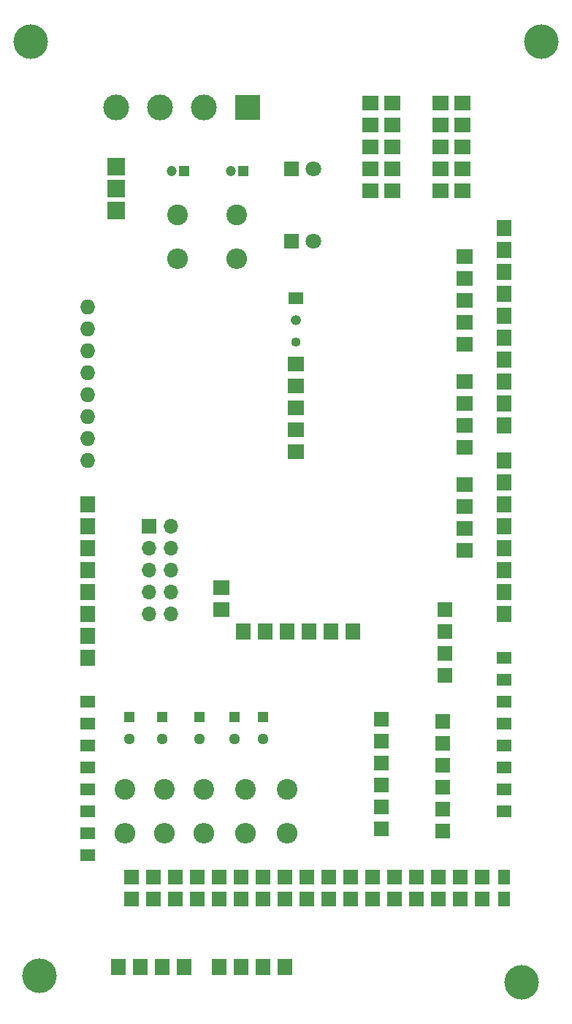
<source format=gbr>
G04 #@! TF.GenerationSoftware,KiCad,Pcbnew,(5.1.2)-2*
G04 #@! TF.CreationDate,2020-04-13T13:08:01+07:00*
G04 #@! TF.ProjectId,arduino_due_shield,61726475-696e-46f5-9f64-75655f736869,rev?*
G04 #@! TF.SameCoordinates,Original*
G04 #@! TF.FileFunction,Copper,L1,Top*
G04 #@! TF.FilePolarity,Positive*
%FSLAX46Y46*%
G04 Gerber Fmt 4.6, Leading zero omitted, Abs format (unit mm)*
G04 Created by KiCad (PCBNEW (5.1.2)-2) date 2020-04-13 13:08:01*
%MOMM*%
%LPD*%
G04 APERTURE LIST*
%ADD10R,1.700000X1.900000*%
%ADD11O,1.727200X1.727200*%
%ADD12R,1.727200X1.400000*%
%ADD13R,1.400000X1.727200*%
%ADD14R,1.700000X1.800000*%
%ADD15R,1.900000X1.700000*%
%ADD16R,1.800000X1.700000*%
%ADD17R,1.200000X1.200000*%
%ADD18C,1.200000*%
%ADD19C,1.800000*%
%ADD20R,1.800000X1.800000*%
%ADD21C,3.000000*%
%ADD22R,3.000000X3.000000*%
%ADD23R,1.300000X1.300000*%
%ADD24O,1.300000X1.300000*%
%ADD25R,1.700000X1.700000*%
%ADD26O,1.100000X1.100000*%
%ADD27O,1.200000X1.200000*%
%ADD28R,1.700000X1.400000*%
%ADD29C,2.400000*%
%ADD30O,2.400000X2.400000*%
%ADD31O,1.700000X1.700000*%
%ADD32R,2.000000X2.000000*%
%ADD33C,4.000000*%
G04 APERTURE END LIST*
D10*
X98806000Y-91694000D03*
D11*
X98806000Y-86614000D03*
X98806000Y-84074000D03*
X98806000Y-81534000D03*
X98806000Y-78994000D03*
X98806000Y-76454000D03*
X98806000Y-73914000D03*
X98806000Y-71374000D03*
D12*
X147066000Y-127254000D03*
X147066000Y-124714000D03*
X147066000Y-122174000D03*
X147066000Y-119634000D03*
X147066000Y-117094000D03*
X147066000Y-114554000D03*
X147066000Y-112014000D03*
X147066000Y-109474000D03*
D10*
X147066000Y-104394000D03*
X147066000Y-101854000D03*
X147066000Y-99314000D03*
X147066000Y-96774000D03*
X147066000Y-94234000D03*
X147066000Y-91694000D03*
X147066000Y-89154000D03*
X147066000Y-86614000D03*
X147066000Y-67310000D03*
X147066000Y-82550000D03*
X147066000Y-80010000D03*
X147066000Y-77470000D03*
X147066000Y-59690000D03*
X147066000Y-62230000D03*
X147066000Y-64770000D03*
X147066000Y-69850000D03*
X147066000Y-72390000D03*
X147066000Y-74930000D03*
D11*
X98806000Y-68834000D03*
D10*
X98806000Y-94234000D03*
X98806000Y-96774000D03*
X98806000Y-99314000D03*
X98806000Y-101854000D03*
X98806000Y-104394000D03*
X98806000Y-106934000D03*
X98806000Y-109474000D03*
D12*
X98806000Y-114554000D03*
X98806000Y-117094000D03*
X98806000Y-119634000D03*
X98806000Y-122174000D03*
X98806000Y-124714000D03*
X98806000Y-127254000D03*
X98806000Y-129794000D03*
X98806000Y-132334000D03*
D13*
X147066000Y-134874000D03*
X147066000Y-137414000D03*
D14*
X144526000Y-134874000D03*
X144526000Y-137414000D03*
X141986000Y-134874000D03*
X141986000Y-137414000D03*
X139446000Y-134874000D03*
X139446000Y-137414000D03*
X136906000Y-134874000D03*
X136906000Y-137414000D03*
X134366000Y-134874000D03*
X134366000Y-137414000D03*
X131826000Y-134874000D03*
X131826000Y-137414000D03*
X129286000Y-134874000D03*
X129286000Y-137414000D03*
X126746000Y-134874000D03*
X126746000Y-137414000D03*
X124206000Y-134874000D03*
X124206000Y-137414000D03*
X121666000Y-134874000D03*
X121666000Y-137414000D03*
X119126000Y-134874000D03*
X119126000Y-137414000D03*
X116586000Y-134874000D03*
X116586000Y-137414000D03*
X114046000Y-134874000D03*
X114046000Y-137414000D03*
X111506000Y-134874000D03*
X111506000Y-137414000D03*
X108966000Y-134874000D03*
X108966000Y-137414000D03*
X106426000Y-134874000D03*
X106426000Y-137414000D03*
X103886000Y-134874000D03*
X103886000Y-137414000D03*
D15*
X114300000Y-103886000D03*
X114300000Y-101346000D03*
X142494000Y-62992000D03*
X142494000Y-65532000D03*
X142494000Y-68072000D03*
X142494000Y-70612000D03*
X142494000Y-73152000D03*
D16*
X132842000Y-129286000D03*
X132842000Y-126746000D03*
X132842000Y-124206000D03*
X132842000Y-121666000D03*
X132842000Y-119126000D03*
X132842000Y-116586000D03*
D17*
X109982000Y-53086000D03*
D18*
X108482000Y-53086000D03*
X115340000Y-53086000D03*
D17*
X116840000Y-53086000D03*
D19*
X124968000Y-61214000D03*
D20*
X122428000Y-61214000D03*
X122428000Y-52832000D03*
D19*
X124968000Y-52832000D03*
D16*
X140208000Y-103886000D03*
X140208000Y-106426000D03*
X140208000Y-108966000D03*
X140208000Y-111506000D03*
D21*
X112268000Y-45720000D03*
X107188000Y-45720000D03*
D22*
X117348000Y-45720000D03*
D21*
X102108000Y-45720000D03*
D10*
X102362000Y-145288000D03*
X104902000Y-145288000D03*
X107442000Y-145288000D03*
X109982000Y-145288000D03*
X121666000Y-145288000D03*
X119126000Y-145288000D03*
X116586000Y-145288000D03*
X114046000Y-145288000D03*
D15*
X142494000Y-97028000D03*
X142494000Y-94488000D03*
X142494000Y-91948000D03*
X142494000Y-89408000D03*
D23*
X119126000Y-116332000D03*
D24*
X119126000Y-118872000D03*
D15*
X142494000Y-77470000D03*
X142494000Y-80010000D03*
X142494000Y-82550000D03*
X142494000Y-85090000D03*
D24*
X115824000Y-118872000D03*
D23*
X115824000Y-116332000D03*
X111760000Y-116332000D03*
D24*
X111760000Y-118872000D03*
D16*
X139954000Y-129540000D03*
X139954000Y-127000000D03*
X139954000Y-124460000D03*
X139954000Y-121920000D03*
X139954000Y-119380000D03*
D25*
X139954000Y-116840000D03*
D24*
X107442000Y-118872000D03*
D23*
X107442000Y-116332000D03*
X103632000Y-116332000D03*
D24*
X103632000Y-118872000D03*
D15*
X122936000Y-85598000D03*
X122936000Y-83058000D03*
X122936000Y-80518000D03*
X122936000Y-77978000D03*
X122936000Y-75438000D03*
D26*
X122936000Y-72898000D03*
D27*
X122936000Y-70358000D03*
D28*
X122936000Y-67818000D03*
D10*
X116840000Y-106426000D03*
X119380000Y-106426000D03*
X121920000Y-106426000D03*
X124460000Y-106426000D03*
X127000000Y-106426000D03*
X129540000Y-106426000D03*
D29*
X121920000Y-124714000D03*
D30*
X121920000Y-129794000D03*
X117094000Y-129794000D03*
D29*
X117094000Y-124714000D03*
X112268000Y-124714000D03*
D30*
X112268000Y-129794000D03*
X107696000Y-129794000D03*
D29*
X107696000Y-124714000D03*
X103124000Y-124714000D03*
D30*
X103124000Y-129794000D03*
D15*
X131572000Y-45212000D03*
X134112000Y-45212000D03*
X131572000Y-47752000D03*
X134112000Y-47752000D03*
X131572000Y-50292000D03*
X134112000Y-50292000D03*
X131572000Y-52832000D03*
X134112000Y-52832000D03*
X131572000Y-55372000D03*
X134112000Y-55372000D03*
X139700000Y-45212000D03*
X142240000Y-45212000D03*
X139700000Y-47752000D03*
X142240000Y-47752000D03*
X139700000Y-50292000D03*
X142240000Y-50292000D03*
X139700000Y-52832000D03*
X142240000Y-52832000D03*
X139700000Y-55372000D03*
X142240000Y-55372000D03*
D30*
X109220000Y-63246000D03*
D29*
X109220000Y-58166000D03*
X116078000Y-58166000D03*
D30*
X116078000Y-63246000D03*
D25*
X105918000Y-94234000D03*
D31*
X108458000Y-94234000D03*
X105918000Y-96774000D03*
X108458000Y-96774000D03*
X105918000Y-99314000D03*
X108458000Y-99314000D03*
X105918000Y-101854000D03*
X108458000Y-101854000D03*
X105918000Y-104394000D03*
X108458000Y-104394000D03*
D32*
X102108000Y-52578000D03*
X102108000Y-55118000D03*
X102108000Y-57658000D03*
D33*
X151384000Y-38100000D03*
X92202000Y-38100000D03*
X93218000Y-146304000D03*
X149098000Y-147066000D03*
M02*

</source>
